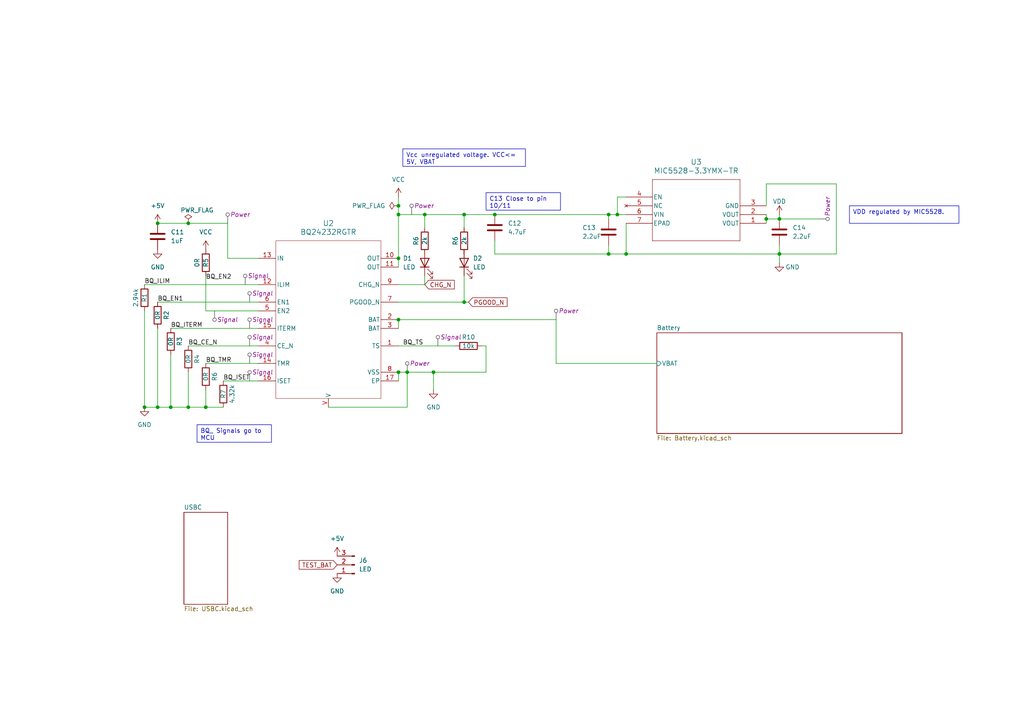
<source format=kicad_sch>
(kicad_sch (version 20230121) (generator eeschema)
  (paper "A4")
  (lib_symbols
    (symbol "2023-11-13_13-42-39:BQ24232RGTR" (pin_names (offset 0.254))
      (property "Reference" "U2" (at 0 27.94 0))
      (property "Value" "BQ24232RGTR" (at 0 25.4 0))
      (symbol "BQ24232RGTR_0_1"
        (polyline (pts (xy -15.24 -22.86) (xy 15.24 -22.86)) (stroke (width 0.1016)))
        (polyline (pts (xy -15.24 22.86) (xy -15.24 -22.86)) (stroke (width 0.1016)))
        (polyline (pts (xy 15.24 -22.86) (xy 15.24 22.86)) (stroke (width 0.1016)))
        (polyline (pts (xy 15.24 22.86) (xy -15.24 22.86)) (stroke (width 0.1016)))
        (pin input line (at 20.32 -7.62 180) (length 5.08) (name "TS") (number "1"))
        (pin power_in line (at 20.32 17.78 180) (length 5.08) (name "OUT") (number "10"))
        (pin power_in line (at 20.32 15.24 180) (length 5.08) (name "OUT") (number "11"))
        (pin input line (at -20.32 10.16 0) (length 5.08) (name "ILIM") (number "12"))
        (pin power_in line (at -20.32 17.78 0) (length 5.08) (name "IN") (number "13"))
        (pin input line (at -20.32 -12.7 0) (length 5.08) (name "TMR") (number "14"))
        (pin input line (at -20.32 -2.54 0) (length 5.08) (name "ITERM") (number "15"))
        (pin input line (at -20.32 -17.78 0) (length 5.08) (name "ISET") (number "16"))
        (pin power_in line (at 20.32 -17.78 180) (length 5.08) (name "EP") (number "17"))
        (pin bidirectional line (at 20.32 0 180) (length 5.08) (name "BAT") (number "2"))
        (pin bidirectional line (at 20.32 -2.54 180) (length 5.08) (name "BAT") (number "3"))
        (pin input line (at -20.32 -7.62 0) (length 5.08) (name "CE_N") (number "4"))
        (pin input line (at -20.32 2.54 0) (length 5.08) (name "EN2") (number "5"))
        (pin input line (at -20.32 5.08 0) (length 5.08) (name "EN1") (number "6"))
        (pin open_collector line (at 20.32 5.08 180) (length 5.08) (name "PGOOD_N") (number "7"))
        (pin power_in line (at 20.32 -15.24 180) (length 5.08) (name "VSS") (number "8"))
        (pin open_collector line (at 20.32 10.16 180) (length 5.08) (name "CHG_N") (number "9"))
      )
      (symbol "BQ24232RGTR_1_1"
        (pin unspecified line (at 0 -25.4 90) (length 2.54) (name "V") (number "V"))
      )
    )
    (symbol "Connector:Conn_01x03_Pin" (pin_names (offset 1.016) hide)
      (property "Reference" "J" (at 0 5.08 0))
      (property "Value" "Conn_01x03_Pin" (at 0 -5.08 0))
      (symbol "Conn_01x03_Pin_1_1"
        (polyline (pts (xy 1.27 -2.54) (xy 0.8636 -2.54)) (stroke (width 0.1524)))
        (polyline (pts (xy 1.27 0) (xy 0.8636 0)) (stroke (width 0.1524)))
        (polyline (pts (xy 1.27 2.54) (xy 0.8636 2.54)) (stroke (width 0.1524)))
        (rectangle (start 0.8636 -2.413) (end 0 -2.667) (stroke (width 0.1524)) (fill (type outline)))
        (rectangle (start 0.8636 0.127) (end 0 -0.127) (stroke (width 0.1524)) (fill (type outline)))
        (rectangle (start 0.8636 2.667) (end 0 2.413) (stroke (width 0.1524)) (fill (type outline)))
        (pin passive line (at 5.08 2.54 180) (length 3.81) (name "Pin_1") (number "1"))
        (pin passive line (at 5.08 0 180) (length 3.81) (name "Pin_2") (number "2"))
        (pin passive line (at 5.08 -2.54 180) (length 3.81) (name "Pin_3") (number "3"))
      )
    )
    (symbol "Device:C" (pin_numbers hide) (pin_names (offset 0.254))
      (property "Reference" "C" (at 0.635 2.54 0))
      (property "Value" "C" (at 0.635 -2.54 0))
      (symbol "C_0_1"
        (polyline (pts (xy -2.032 -0.762) (xy 2.032 -0.762)) (stroke (width 0.508)))
        (polyline (pts (xy -2.032 0.762) (xy 2.032 0.762)) (stroke (width 0.508)))
      )
      (symbol "C_1_1"
        (pin passive line (at 0 3.81 270) (length 2.794) (name "~") (number "1"))
        (pin passive line (at 0 -3.81 90) (length 2.794) (name "~") (number "2"))
      )
    )
    (symbol "Device:LED" (pin_numbers hide) (pin_names (offset 1.016) hide)
      (property "Reference" "D" (at 0 2.54 0))
      (property "Value" "LED" (at 0 -2.54 0))
      (symbol "LED_0_1"
        (polyline (pts (xy -1.27 -1.27) (xy -1.27 1.27)) (stroke (width 0.254)))
        (polyline (pts (xy -1.27 0) (xy 1.27 0)))
        (polyline (pts (xy 1.27 -1.27) (xy 1.27 1.27) (xy -1.27 0) (xy 1.27 -1.27)) (stroke (width 0.254)))
        (polyline (pts (xy -3.048 -0.762) (xy -4.572 -2.286) (xy -3.81 -2.286) (xy -4.572 -2.286) (xy -4.572 -1.524)))
        (polyline (pts (xy -1.778 -0.762) (xy -3.302 -2.286) (xy -2.54 -2.286) (xy -3.302 -2.286) (xy -3.302 -1.524)))
      )
      (symbol "LED_1_1"
        (pin passive line (at -3.81 0 0) (length 2.54) (name "K") (number "1"))
        (pin passive line (at 3.81 0 180) (length 2.54) (name "A") (number "2"))
      )
    )
    (symbol "Device:R" (pin_numbers hide) (pin_names (offset 0))
      (property "Reference" "R" (at 2.032 0 90))
      (property "Value" "R" (at 0 0 90))
      (symbol "R_0_1"
        (rectangle (start -1.016 -2.54) (end 1.016 2.54) (stroke (width 0.254)))
      )
      (symbol "R_1_1"
        (pin passive line (at 0 3.81 270) (length 1.27) (name "~") (number "1"))
        (pin passive line (at 0 -3.81 90) (length 1.27) (name "~") (number "2"))
      )
    )
    (symbol "MIC5528:MIC5528-3.3YMX-TR" (pin_names (offset 0.254))
      (property "Reference" "U1" (at 20.32 -17.78 0))
      (property "Value" "MIC5528-3.3YMX-TR" (at 20.32 -15.24 0))
      (symbol "MIC5528-3.3YMX-TR_0_1"
        (polyline (pts (xy 7.62 -12.7) (xy 33.02 -12.7)) (stroke (width 0.127)))
        (polyline (pts (xy 7.62 5.08) (xy 7.62 -12.7)) (stroke (width 0.127)))
        (polyline (pts (xy 33.02 -12.7) (xy 33.02 5.08)) (stroke (width 0.127)))
        (polyline (pts (xy 33.02 5.08) (xy 7.62 5.08)) (stroke (width 0.127)))
        (pin power_in line (at 0 -5.08 0) (length 7.62) (name "GND") (number "3"))
        (pin input line (at 40.64 -7.62 180) (length 7.62) (name "EN") (number "4"))
        (pin no_connect line (at 40.64 -5.08 180) (length 7.62) (name "NC") (number "5"))
        (pin input line (at 40.64 -2.54 180) (length 7.62) (name "VIN") (number "6"))
      )
      (symbol "MIC5528-3.3YMX-TR_1_1"
        (pin power_out line (at 0 0 0) (length 7.62) (name "VOUT") (number "1"))
        (pin power_out line (at 0 -2.54 0) (length 7.62) (name "VOUT") (number "2"))
        (pin power_in line (at 40.64 0 180) (length 7.62) (name "EPAD") (number "7"))
      )
    )
    (symbol "power:+5V" (power) (pin_names (offset 0))
      (property "Value" "+5V" (at 0 3.556 0))
      (symbol "+5V_0_1"
        (polyline (pts (xy -0.762 1.27) (xy 0 2.54)))
        (polyline (pts (xy 0 0) (xy 0 2.54)))
        (polyline (pts (xy 0 2.54) (xy 0.762 1.27)))
      )
      (symbol "+5V_1_1"
        (pin power_in line (at 0 0 90) (length 0) hide (name "+5V") (number "1"))
      )
    )
    (symbol "power:GND" (power) (pin_names (offset 0))
      (property "Value" "GND" (at 0 -3.81 0))
      (symbol "GND_0_1"
        (polyline (pts (xy 0 0) (xy 0 -1.27) (xy 1.27 -1.27) (xy 0 -2.54) (xy -1.27 -1.27) (xy 0 -1.27)))
      )
      (symbol "GND_1_1"
        (pin power_in line (at 0 0 270) (length 0) hide (name "GND") (number "1"))
      )
    )
    (symbol "power:PWR_FLAG" (power) (pin_numbers hide) (pin_names (offset 0) hide)
      (property "Value" "PWR_FLAG" (at 0 3.81 0))
      (symbol "PWR_FLAG_0_0"
        (pin power_out line (at 0 0 90) (length 0) (name "pwr") (number "1"))
      )
      (symbol "PWR_FLAG_0_1"
        (polyline (pts (xy 0 0) (xy 0 1.27) (xy -1.016 1.905) (xy 0 2.54) (xy 1.016 1.905) (xy 0 1.27)))
      )
    )
    (symbol "power:VCC" (power) (pin_names (offset 0))
      (property "Value" "VCC" (at 0 3.81 0))
      (symbol "VCC_0_1"
        (polyline (pts (xy -0.762 1.27) (xy 0 2.54)))
        (polyline (pts (xy 0 0) (xy 0 2.54)))
        (polyline (pts (xy 0 2.54) (xy 0.762 1.27)))
      )
      (symbol "VCC_1_1"
        (pin power_in line (at 0 0 90) (length 0) hide (name "VCC") (number "1"))
      )
    )
    (symbol "power:VDD" (power) (pin_names (offset 0))
      (property "Value" "VDD" (at 0 3.81 0))
      (symbol "VDD_0_1"
        (polyline (pts (xy -0.762 1.27) (xy 0 2.54)))
        (polyline (pts (xy 0 0) (xy 0 2.54)))
        (polyline (pts (xy 0 2.54) (xy 0.762 1.27)))
      )
      (symbol "VDD_1_1"
        (pin power_in line (at 0 0 90) (length 0) hide (name "VDD") (number "1"))
      )
    )
  )
  (junction (at 45.72 64.77))
  (junction (at 226.06 73.66))
  (junction (at 115.57 62.23))
  (junction (at 176.53 73.66))
  (junction (at 123.19 62.23))
  (junction (at 179.07 62.23))
  (junction (at 54.61 64.77))
  (junction (at 115.57 74.93))
  (junction (at 115.57 107.95))
  (junction (at 41.91 118.11))
  (junction (at 134.62 62.23))
  (junction (at 118.11 107.95))
  (junction (at 45.72 118.11))
  (junction (at 176.53 62.23))
  (junction (at 115.57 92.71))
  (junction (at 115.57 59.69))
  (junction (at 59.69 118.11))
  (junction (at 134.62 87.63))
  (junction (at 181.61 73.66))
  (junction (at 143.51 62.23))
  (junction (at 125.73 107.95))
  (junction (at 49.53 118.11))
  (junction (at 222.25 63.5))
  (junction (at 54.61 118.11))
  (junction (at 226.06 63.5))
  (wire (pts (xy 140.97 100.33) (xy 140.97 107.95)))
  (wire (pts (xy 222.25 62.23) (xy 222.25 63.5)))
  (wire (pts (xy 176.53 73.66) (xy 181.61 73.66)))
  (wire (pts (xy 222.25 59.69) (xy 222.25 53.34)))
  (wire (pts (xy 222.25 53.34) (xy 242.57 53.34)))
  (wire (pts (xy 45.72 95.25) (xy 45.72 118.11)))
  (wire (pts (xy 161.29 105.41) (xy 161.29 92.71)))
  (wire (pts (xy 59.69 90.17) (xy 74.93 90.17)))
  (wire (pts (xy 134.62 87.63) (xy 135.89 87.63)))
  (wire (pts (xy 115.57 62.23) (xy 123.19 62.23)))
  (wire (pts (xy 45.72 118.11) (xy 49.53 118.11)))
  (wire (pts (xy 226.06 71.12) (xy 226.06 73.66)))
  (wire (pts (xy 115.57 92.71) (xy 161.29 92.71)))
  (wire (pts (xy 59.69 105.41) (xy 74.93 105.41)))
  (wire (pts (xy 134.62 62.23) (xy 143.51 62.23)))
  (wire (pts (xy 59.69 113.03) (xy 59.69 118.11)))
  (wire (pts (xy 179.07 62.23) (xy 181.61 62.23)))
  (wire (pts (xy 45.72 64.77) (xy 54.61 64.77)))
  (wire (pts (xy 176.53 62.23) (xy 179.07 62.23)))
  (wire (pts (xy 242.57 53.34) (xy 242.57 73.66)))
  (wire (pts (xy 125.73 107.95) (xy 125.73 113.03)))
  (wire (pts (xy 226.06 62.23) (xy 226.06 63.5)))
  (wire (pts (xy 134.62 62.23) (xy 134.62 66.04)))
  (wire (pts (xy 134.62 87.63) (xy 115.57 87.63)))
  (wire (pts (xy 143.51 73.66) (xy 176.53 73.66)))
  (wire (pts (xy 41.91 82.55) (xy 74.93 82.55)))
  (wire (pts (xy 123.19 80.01) (xy 123.19 82.55)))
  (wire (pts (xy 222.25 63.5) (xy 222.25 64.77)))
  (wire (pts (xy 49.53 118.11) (xy 54.61 118.11)))
  (wire (pts (xy 115.57 107.95) (xy 118.11 107.95)))
  (wire (pts (xy 123.19 73.66) (xy 123.19 72.39)))
  (wire (pts (xy 176.53 71.12) (xy 176.53 73.66)))
  (wire (pts (xy 134.62 80.01) (xy 134.62 87.63)))
  (wire (pts (xy 118.11 118.11) (xy 118.11 107.95)))
  (wire (pts (xy 115.57 74.93) (xy 115.57 77.47)))
  (wire (pts (xy 41.91 90.17) (xy 41.91 118.11)))
  (wire (pts (xy 118.11 107.95) (xy 125.73 107.95)))
  (wire (pts (xy 226.06 73.66) (xy 226.06 76.2)))
  (wire (pts (xy 95.25 118.11) (xy 118.11 118.11)))
  (wire (pts (xy 115.57 100.33) (xy 132.08 100.33)))
  (wire (pts (xy 66.04 64.77) (xy 66.04 74.93)))
  (wire (pts (xy 115.57 74.93) (xy 115.57 62.23)))
  (wire (pts (xy 181.61 64.77) (xy 181.61 73.66)))
  (wire (pts (xy 41.91 118.11) (xy 45.72 118.11)))
  (wire (pts (xy 123.19 82.55) (xy 115.57 82.55)))
  (wire (pts (xy 181.61 57.15) (xy 179.07 57.15)))
  (wire (pts (xy 143.51 62.23) (xy 176.53 62.23)))
  (wire (pts (xy 140.97 107.95) (xy 125.73 107.95)))
  (wire (pts (xy 242.57 73.66) (xy 226.06 73.66)))
  (wire (pts (xy 49.53 102.87) (xy 49.53 118.11)))
  (wire (pts (xy 54.61 64.77) (xy 66.04 64.77)))
  (wire (pts (xy 179.07 57.15) (xy 179.07 62.23)))
  (wire (pts (xy 115.57 57.15) (xy 115.57 59.69)))
  (wire (pts (xy 115.57 92.71) (xy 115.57 95.25)))
  (wire (pts (xy 222.25 63.5) (xy 226.06 63.5)))
  (wire (pts (xy 54.61 100.33) (xy 74.93 100.33)))
  (wire (pts (xy 226.06 63.5) (xy 237.49 63.5)))
  (wire (pts (xy 143.51 73.66) (xy 143.51 69.85)))
  (wire (pts (xy 54.61 118.11) (xy 59.69 118.11)))
  (wire (pts (xy 181.61 73.66) (xy 226.06 73.66)))
  (wire (pts (xy 190.5 105.41) (xy 161.29 105.41)))
  (wire (pts (xy 64.77 110.49) (xy 74.93 110.49)))
  (wire (pts (xy 115.57 107.95) (xy 115.57 110.49)))
  (wire (pts (xy 45.72 87.63) (xy 74.93 87.63)))
  (wire (pts (xy 176.53 62.23) (xy 176.53 63.5)))
  (wire (pts (xy 59.69 118.11) (xy 64.77 118.11)))
  (wire (pts (xy 123.19 66.04) (xy 123.19 62.23)))
  (wire (pts (xy 115.57 59.69) (xy 115.57 62.23)))
  (wire (pts (xy 134.62 73.66) (xy 134.62 72.39)))
  (wire (pts (xy 66.04 74.93) (xy 74.93 74.93)))
  (wire (pts (xy 123.19 62.23) (xy 134.62 62.23)))
  (wire (pts (xy 59.69 80.01) (xy 59.69 90.17)))
  (wire (pts (xy 49.53 95.25) (xy 74.93 95.25)))
  (wire (pts (xy 139.7 100.33) (xy 140.97 100.33)))
  (wire (pts (xy 54.61 107.95) (xy 54.61 118.11)))
  (text_box "Vcc unregulated voltage. VCC<= 5V, VBAT\n" (at 116.84 43.18 0) (size 35.56 5.08) (effects (font (size 1.27 1.27)) (justify left top)))
  (text_box "VDD regulated by MIC5528." (at 246.38 59.69 0) (size 31.75 5.08) (effects (font (size 1.27 1.27)) (justify left top)))
  (text_box "BQ_ Signals go to MCU\n\n\n" (at 57.15 123.19 0) (size 21.59 5.08) (effects (font (size 1.27 1.27)) (justify left top)))
  (text_box "C13 Close to pin 10/11\n\n" (at 140.97 55.88 0) (size 21.59 5.08) (effects (font (size 1.27 1.27)) (justify left top)))
  (label "BQ_ISET" (at 64.77 110.49 0))
  (label "BQ_EN1" (at 45.72 87.63 0))
  (label "BQ_TS" (at 116.84 100.33 0))
  (label "BQ_EN2" (at 59.69 81.28 0))
  (label "BQ_CE_N" (at 54.61 100.33 0))
  (label "BQ_ILIM" (at 41.91 82.55 0))
  (label "BQ_ITERM" (at 49.53 95.25 0))
  (label "BQ_TMR" (at 59.69 105.41 0))
  (global_label "PGOOD_N" (shape input) (at 135.89 87.63 0) (property "Intersheetrefs" "${INTERSHEET_REFS}" (effects hide)))
  (global_label "TEST_BAT" (shape input) (at 97.79 163.83 180) (property "Intersheetrefs" "${INTERSHEET_REFS}" (effects hide)))
  (global_label "CHG_N" (shape input) (at 123.19 82.55 0) (property "Intersheetrefs" "${INTERSHEET_REFS}" (effects hide)))
  (netclass_flag "" (length 2.54) (shape round) (at 72.39 105.41 0) (property "Netclass" "Signal" (at 73.0885 102.87 0) (effects (font italic) (justify left))))
  (netclass_flag "" (length 2.54) (shape round) (at 237.49 63.5 270) (property "Netclass" "Power" (at 240.03 62.8015 90) (effects (font italic) (justify left))))
  (netclass_flag "" (length 2.54) (shape round) (at 127 100.33 0) (property "Netclass" "Signal" (at 127.6985 97.79 0) (effects (font italic) (justify left))))
  (netclass_flag "" (length 2.54) (shape round) (at 62.23 90.17 180) (property "Netclass" "Signal" (at 62.9285 92.71 0) (effects (font italic) (justify left))))
  (netclass_flag "" (length 2.54) (shape round) (at 72.39 110.49 0) (property "Netclass" "Signal" (at 73.0885 107.95 0) (effects (font italic) (justify left))))
  (netclass_flag "" (length 2.54) (shape round) (at 119.38 62.23 0) (property "Netclass" "Power" (at 120.0785 59.69 0) (effects (font italic) (justify left))))
  (netclass_flag "" (length 2.54) (shape round) (at 71.12 82.55 0) (property "Netclass" "Signal" (at 71.8185 80.01 0) (effects (font italic) (justify left))))
  (netclass_flag "" (length 2.54) (shape round) (at 66.04 64.77 0) (property "Netclass" "Power" (at 66.7385 62.23 0) (effects (font italic) (justify left))))
  (netclass_flag "" (length 2.54) (shape round) (at 72.39 95.25 0) (property "Netclass" "Signal" (at 73.0885 92.71 0) (effects (font italic) (justify left))))
  (netclass_flag "" (length 2.54) (shape round) (at 72.39 100.33 0) (property "Netclass" "Signal" (at 73.0885 97.79 0) (effects (font italic) (justify left))))
  (netclass_flag "" (length 2.54) (shape round) (at 72.39 87.63 0) (property "Netclass" "Signal" (at 73.0885 85.09 0) (effects (font italic) (justify left))))
  (netclass_flag "" (length 2.54) (shape round) (at 118.11 107.95 0) (property "Netclass" "Power" (at 118.8085 105.41 0) (effects (font italic) (justify left))))
  (netclass_flag "" (length 2.54) (shape round) (at 161.29 92.71 0) (property "Netclass" "Power" (at 161.9885 90.17 0) (effects (font italic) (justify left))))
  (symbol (lib_id "power:+5V") (at 45.72 64.77 0) (unit 1)
    (property "Reference" "#PWR013" (effects hide))
    (property "Value" "+5V" (at 45.72 59.69 0))
  )
  (symbol (lib_id "Device:R") (at 64.77 114.3 180) (unit 1)
    (property "Reference" "R7" (at 64.77 114.3 90))
    (property "Value" "4.32k" (at 67.31 114.3 90))
    (property "Footprint" "Resistor_SMD:R_0402_1005Metric_Pad0.72x0.64mm_HandSolder" (effects hide))
    (property "Datasheet" "https://www.digikey.ca/en/products/detail/yageo/RC0402FR-074K32L/5281033" (effects hide))
    (property "Part" "RC0402FR-074K32L" (effects hide))
  )
  (symbol (lib_id "Device:R") (at 59.69 109.22 0) (unit 1)
    (property "Reference" "R6" (at 62.23 109.22 90))
    (property "Value" "0R" (at 59.69 109.22 90))
    (property "Footprint" "Resistor_SMD:R_0402_1005Metric_Pad0.72x0.64mm_HandSolder" (effects hide))
    (property "Datasheet" "https://www.digikey.ca/en/products/detail/yageo/RC0402JR-070RL/726406" (effects hide))
    (property "Part" "RC0402JR-070RL" (effects hide))
  )
  (symbol (lib_id "power:+5V") (at 97.79 161.29 0) (unit 1)
    (property "Reference" "#PWR039" (effects hide))
    (property "Value" "+5V" (at 97.79 156.21 0))
  )
  (symbol (lib_id "power:GND") (at 226.06 76.2 0) (unit 1)
    (property "Reference" "#PWR021" (effects hide))
    (property "Value" "GND" (at 229.87 77.47 0))
  )
  (symbol (lib_id "Device:C") (at 143.51 66.04 0) (unit 1)
    (property "Reference" "C12" (at 147.32 64.77 0) (effects (justify left)))
    (property "Value" "4.7uF" (at 147.32 67.31 0) (effects (justify left)))
    (property "Footprint" "Capacitor_SMD:C_0805_2012Metric_Pad1.18x1.45mm_HandSolder" (effects hide))
    (property "Datasheet" "https://www.digikey.ca/en/products/detail/samsung-electro-mechanics/CL21A475KAQNNNE/3886902" (effects hide))
    (property "Part" "CL21A475KAQNNNE" (effects hide))
  )
  (symbol (lib_id "power:VDD") (at 226.06 62.23 0) (unit 1)
    (property "Reference" "#PWR020" (effects hide))
    (property "Value" "VDD" (at 226.06 58.42 0))
  )
  (symbol (lib_id "power:GND") (at 125.73 113.03 0) (unit 1)
    (property "Reference" "#PWR019" (effects hide))
    (property "Value" "GND" (at 125.73 118.11 0))
  )
  (symbol (lib_id "Device:C") (at 45.72 68.58 0) (unit 1)
    (property "Reference" "C11" (at 49.53 67.31 0) (effects (justify left)))
    (property "Value" "1uF" (at 49.53 69.85 0) (effects (justify left)))
    (property "Footprint" "Capacitor_SMD:C_0805_2012Metric_Pad1.18x1.45mm_HandSolder" (effects hide))
    (property "Datasheet" "https://www.digikey.ca/en/products/detail/samsung-electro-mechanics/CL21B105KAFNNNE/3886724" (effects hide))
    (property "Part" "CL21B105KAFNNNE" (effects hide))
  )
  (symbol (lib_id "Device:R") (at 54.61 104.14 0) (unit 1)
    (property "Reference" "R4" (at 57.15 104.14 90))
    (property "Value" "0R" (at 54.61 104.14 90))
    (property "Footprint" "Resistor_SMD:R_0402_1005Metric_Pad0.72x0.64mm_HandSolder" (effects hide))
    (property "Datasheet" "https://www.digikey.ca/en/products/detail/yageo/RC0402JR-070RL/726406" (effects hide))
    (property "Part" "RC0402JR-070RL" (effects hide))
  )
  (symbol (lib_id "Device:R") (at 134.62 69.85 0) (unit 1)
    (property "Reference" "R6" (at 132.08 69.85 90))
    (property "Value" "2k" (at 134.62 69.85 90))
    (property "Footprint" "Resistor_SMD:R_0402_1005Metric_Pad0.72x0.64mm_HandSolder" (effects hide))
    (property "Datasheet" "https://www.digikey.ca/en/products/detail/panasonic-electronic-components/ERJ-2RKF2001X/192194" (effects hide))
    (property "Part" "ERJ-2RKF2001X" (effects hide))
    (instances (project "BLE_REMOTE" (path "" (reference "R6") (unit 1)) (path "" (reference "R12") (unit 1))))
  )
  (symbol (lib_id "MIC5528:MIC5528-3.3YMX-TR") (at 222.25 64.77 180) (unit 1)
    (property "Reference" "U3" (at 201.93 46.99 0) (effects (font (size 1.524 1.524))))
    (property "Value" "MIC5528-3.3YMX-TR" (at 201.93 49.53 0) (effects (font (size 1.524 1.524))))
    (property "Footprint" "XTDFN6_1P2X1P2_MCH" (effects hide))
    (property "Datasheet" "https://www.digikey.ca/en/products/detail/microchip-technology/MIC5528-3-3YMT-TR/4864020" (effects hide))
    (property "Part" "MIC5528-3.3YMX-TR" (effects hide))
  )
  (symbol (lib_id "power:GND") (at 97.79 166.37 0) (unit 1)
    (property "Reference" "#PWR040" (effects hide))
    (property "Value" "GND" (at 97.79 171.45 0))
  )
  (symbol (lib_id "Device:C") (at 176.53 67.31 0) (unit 1)
    (property "Reference" "C13" (at 168.91 66.04 0) (effects (justify left)))
    (property "Value" "2.2uF" (at 168.91 68.58 0) (effects (justify left)))
    (property "Footprint" "Capacitor_SMD:C_0603_1608Metric_Pad1.08x0.95mm_HandSolder" (effects hide))
    (property "Datasheet" "https://www.digikey.ca/en/products/detail/samsung-electro-mechanics/CL10A225KO8NNNC/3886698" (effects hide))
    (property "Part" "CL10A225KO8NNNC" (effects hide))
  )
  (symbol (lib_id "Device:LED") (at 134.62 76.2 90) (unit 1)
    (property "Reference" "D2" (at 137.16 74.93 90) (effects (justify right)))
    (property "Value" "LED" (at 137.16 77.47 90) (effects (justify right)))
    (property "Footprint" "LED_SMD:LED_0603_1608Metric" (effects hide))
    (property "Part" "LS L29K-G1J2-1-Z" (effects hide))
  )
  (symbol (lib_id "power:GND") (at 41.91 118.11 0) (unit 1)
    (property "Reference" "#PWR012" (effects hide))
    (property "Value" "GND" (at 41.91 123.19 0))
  )
  (symbol (lib_id "power:PWR_FLAG") (at 54.61 64.77 0) (unit 1)
    (property "Reference" "#FLG01" (effects hide))
    (property "Value" "PWR_FLAG" (at 57.15 60.96 0))
  )
  (symbol (lib_id "power:GND") (at 45.72 72.39 0) (unit 1)
    (property "Reference" "#PWR014" (effects hide))
    (property "Value" "GND" (at 45.72 77.47 0))
  )
  (symbol (lib_id "Device:R") (at 135.89 100.33 90) (unit 1)
    (property "Reference" "R10" (at 135.89 97.79 90))
    (property "Value" "10k" (at 135.89 100.33 90))
    (property "Footprint" "Resistor_SMD:R_0402_1005Metric_Pad0.72x0.64mm_HandSolder" (effects hide))
    (property "Part" "RC0402JR-0710KL" (effects hide))
  )
  (symbol (lib_id "Connector:Conn_01x03_Pin") (at 102.87 163.83 180) (unit 1)
    (property "Reference" "J6" (at 104.14 162.56 0) (effects (justify right)))
    (property "Value" "LED" (at 104.14 165.1 0) (effects (justify right)))
    (property "Footprint" "_Parts:3pad_conn" (effects hide))
  )
  (symbol (lib_id "Device:R") (at 45.72 91.44 180) (unit 1)
    (property "Reference" "R2" (at 48.26 91.44 90))
    (property "Value" "0R" (at 45.72 91.44 90))
    (property "Footprint" "Resistor_SMD:R_0402_1005Metric_Pad0.72x0.64mm_HandSolder" (effects hide))
    (property "Datasheet" "https://www.digikey.ca/en/products/detail/yageo/RC0402JR-070RL/726406" (effects hide))
    (property "Part" "RC0402JR-070RL" (effects hide))
  )
  (symbol (lib_id "Device:R") (at 41.91 86.36 180) (unit 1)
    (property "Reference" "R1" (at 41.91 86.36 90))
    (property "Value" "2.94k" (at 39.37 86.36 90))
    (property "Footprint" "Resistor_SMD:R_0402_1005Metric_Pad0.72x0.64mm_HandSolder" (effects hide))
    (property "Datasheet" "https://www.digikey.ca/en/products/detail/yageo/RC0402FR-072K94L/5280967" (effects hide))
    (property "Part" "RC0402FR-072K94L" (effects hide))
  )
  (symbol (lib_id "power:PWR_FLAG") (at 115.57 59.69 90) (unit 1)
    (property "Reference" "#FLG02" (effects hide))
    (property "Value" "PWR_FLAG" (at 111.76 59.69 90) (effects (justify left)))
  )
  (symbol (lib_id "Device:R") (at 123.19 69.85 0) (unit 1)
    (property "Reference" "R6" (at 120.65 69.85 90))
    (property "Value" "2k" (at 123.19 69.85 90))
    (property "Footprint" "Resistor_SMD:R_0402_1005Metric_Pad0.72x0.64mm_HandSolder" (effects hide))
    (property "Datasheet" "https://www.digikey.ca/en/products/detail/panasonic-electronic-components/ERJ-2RKF2001X/192194" (effects hide))
    (property "Part" "ERJ-2RKF2001X" (effects hide))
    (instances (project "BLE_REMOTE" (path "" (reference "R6") (unit 1)) (path "" (reference "R11") (unit 1))))
  )
  (symbol (lib_id "2023-11-13_13-42-39:BQ24232RGTR") (at 95.25 92.71 0) (unit 1)
    (property "Reference" "U2" (at 95.25 64.77 0) (effects (font (size 1.524 1.524))))
    (property "Value" "BQ24232RGTR" (at 95.25 67.31 0) (effects (font (size 1.524 1.524))))
    (property "Footprint" "RGT0016C" (effects hide))
    (property "Datasheet" "https://www.digikey.ca/en/products/detail/texas-instruments/BQ24232HRGTR/4733923?s=N4IgTCBcDaIEIEUwBYwGYwAkBKBxAKtiALoC%2BQA" (effects hide))
    (property "Part" "BQ24232RGTR" (effects hide))
  )
  (symbol (lib_id "Device:LED") (at 123.19 76.2 90) (unit 1)
    (property "Reference" "D1" (at 116.84 74.93 90) (effects (justify right)))
    (property "Value" "LED" (at 116.84 77.47 90) (effects (justify right)))
    (property "Footprint" "LED_SMD:LED_0603_1608Metric" (effects hide))
    (property "Part" "LS L29K-G1J2-1-Z" (effects hide))
  )
  (symbol (lib_id "Device:C") (at 226.06 67.31 0) (unit 1)
    (property "Reference" "C14" (at 229.87 66.04 0) (effects (justify left)))
    (property "Value" "2.2uF" (at 229.87 68.58 0) (effects (justify left)))
    (property "Footprint" "Capacitor_SMD:C_0603_1608Metric_Pad1.08x0.95mm_HandSolder" (effects hide))
    (property "Datasheet" "https://www.digikey.ca/en/products/detail/samsung-electro-mechanics/CL10A225KO8NNNC/3886698" (effects hide))
    (property "Part" "CL10A225KO8NNNC" (effects hide))
  )
  (symbol (lib_id "power:VCC") (at 115.57 57.15 0) (unit 1)
    (property "Reference" "#PWR018" (effects hide))
    (property "Value" "VCC" (at 115.57 52.07 0))
  )
  (symbol (lib_id "power:VCC") (at 59.69 72.39 0) (unit 1)
    (property "Reference" "#PWR015" (effects hide))
    (property "Value" "VCC" (at 59.69 67.31 0))
  )
  (symbol (lib_id "Device:R") (at 49.53 99.06 0) (unit 1)
    (property "Reference" "R3" (at 52.07 99.06 90))
    (property "Value" "0R" (at 49.53 99.06 90))
    (property "Footprint" "Resistor_SMD:R_0402_1005Metric_Pad0.72x0.64mm_HandSolder" (effects hide))
    (property "Datasheet" "https://www.digikey.ca/en/products/detail/yageo/RC0402JR-070RL/726406" (effects hide))
    (property "Part" "RC0402JR-070RL" (effects hide))
  )
  (symbol (lib_id "Device:R") (at 59.69 76.2 180) (unit 1)
    (property "Reference" "R5" (at 59.69 76.2 90))
    (property "Value" "0R" (at 57.15 76.2 90))
    (property "Footprint" "Resistor_SMD:R_0402_1005Metric_Pad0.72x0.64mm_HandSolder" (effects hide))
    (property "Datasheet" "https://www.digikey.ca/en/products/detail/yageo/RC0402JR-070RL/726406" (effects hide))
    (property "Part" "RC0402JR-070RL" (effects hide))
  )
  (sheet (at 190.5 96.52) (size 71.12 29.21) (stroke (width 0.1524))
    (property "Sheetname" "Battery" (at 190.5 95.8084 0) (effects (justify left bottom)))
    (property "Sheetfile" "Battery.kicad_sch" (at 190.5 126.3146 0) (effects (justify left top)))
    (pin "VBAT" input (at 190.5 105.41 180))
  )
  (sheet (at 53.34 148.59) (size 12.7 26.67) (stroke (width 0.1524))
    (property "Sheetname" "USBC" (at 53.34 147.8784 0) (effects (justify left bottom)))
    (property "Sheetfile" "USBC.kicad_sch" (at 53.34 175.8446 0) (effects (justify left top)))
  )
)
</source>
